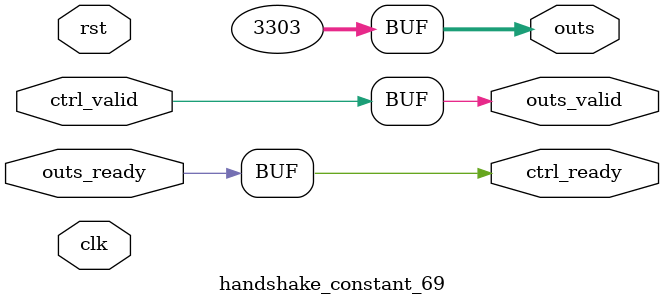
<source format=v>
`timescale 1ns / 1ps
module handshake_constant_69 #(
  parameter DATA_WIDTH = 32  // Default set to 32 bits
) (
  input                       clk,
  input                       rst,
  // Input Channel
  input                       ctrl_valid,
  output                      ctrl_ready,
  // Output Channel
  output [DATA_WIDTH - 1 : 0] outs,
  output                      outs_valid,
  input                       outs_ready
);
  assign outs       = 12'b110011100111;
  assign outs_valid = ctrl_valid;
  assign ctrl_ready = outs_ready;

endmodule

</source>
